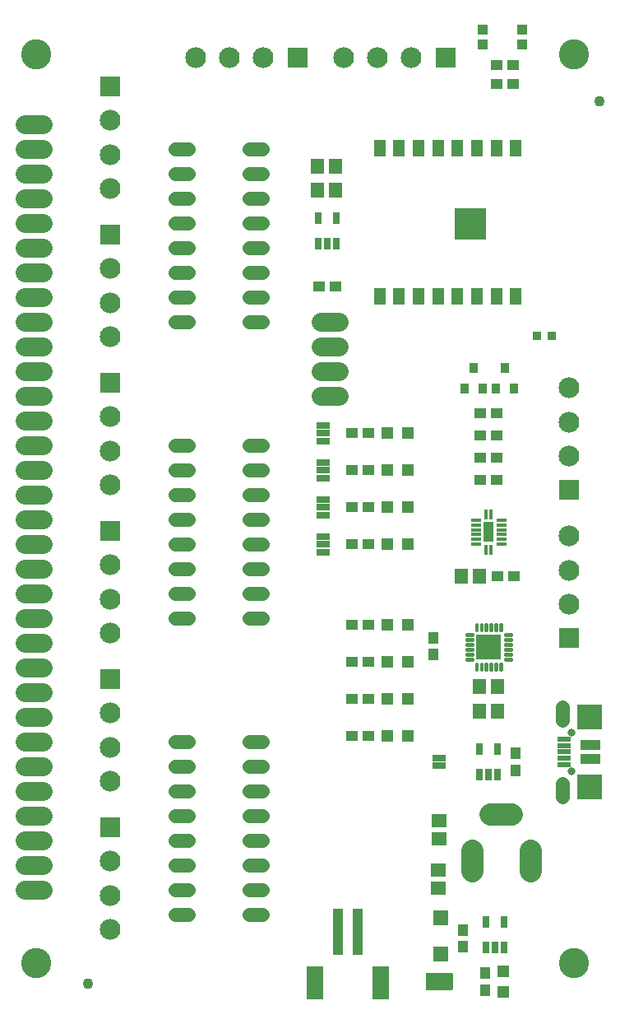
<source format=gbr>
G04 EAGLE Gerber RS-274X export*
G75*
%MOMM*%
%FSLAX34Y34*%
%LPD*%
%INSoldermask Top*%
%IPPOS*%
%AMOC8*
5,1,8,0,0,1.08239X$1,22.5*%
G01*
%ADD10R,1.341600X1.601600*%
%ADD11R,1.101600X1.176600*%
%ADD12R,0.651600X1.301600*%
%ADD13R,1.501600X1.501600*%
%ADD14R,1.101600X4.701600*%
%ADD15R,1.701600X3.501600*%
%ADD16R,1.301600X1.301600*%
%ADD17R,1.101600X1.201600*%
%ADD18R,1.601600X1.341600*%
%ADD19R,1.201600X1.801600*%
%ADD20R,3.301600X3.301600*%
%ADD21R,1.201600X1.101600*%
%ADD22R,1.001600X1.001600*%
%ADD23C,0.240406*%
%ADD24R,2.601600X2.601600*%
%ADD25C,0.801600*%
%ADD26R,2.514600X2.514600*%
%ADD27C,1.409600*%
%ADD28R,2.101600X1.101600*%
%ADD29R,1.450000X0.500000*%
%ADD30R,0.901600X1.001600*%
%ADD31R,0.901600X0.901600*%
%ADD32R,1.270000X1.701800*%
%ADD33R,0.736600X0.304800*%
%ADD34R,0.341600X1.001600*%
%ADD35R,1.001600X0.341600*%
%ADD36R,1.001600X2.001600*%
%ADD37C,1.422400*%
%ADD38C,2.286000*%
%ADD39R,1.371600X0.736600*%
%ADD40R,2.133600X2.133600*%
%ADD41C,2.133600*%
%ADD42C,1.981200*%
%ADD43C,1.101600*%
%ADD44C,3.101600*%

G36*
X470018Y12716D02*
X470018Y12716D01*
X470137Y12723D01*
X470175Y12736D01*
X470216Y12741D01*
X470326Y12784D01*
X470439Y12821D01*
X470474Y12843D01*
X470511Y12858D01*
X470607Y12928D01*
X470708Y12991D01*
X470736Y13021D01*
X470769Y13044D01*
X470845Y13136D01*
X470926Y13223D01*
X470946Y13258D01*
X470971Y13289D01*
X471022Y13397D01*
X471080Y13501D01*
X471090Y13541D01*
X471107Y13577D01*
X471129Y13694D01*
X471159Y13809D01*
X471163Y13870D01*
X471167Y13890D01*
X471165Y13910D01*
X471169Y13970D01*
X471169Y29210D01*
X471154Y29328D01*
X471147Y29447D01*
X471134Y29485D01*
X471129Y29526D01*
X471086Y29636D01*
X471049Y29749D01*
X471027Y29784D01*
X471012Y29821D01*
X470943Y29917D01*
X470879Y30018D01*
X470849Y30046D01*
X470826Y30079D01*
X470734Y30155D01*
X470647Y30236D01*
X470612Y30256D01*
X470581Y30281D01*
X470473Y30332D01*
X470369Y30390D01*
X470329Y30400D01*
X470293Y30417D01*
X470176Y30439D01*
X470061Y30469D01*
X470001Y30473D01*
X469981Y30477D01*
X469960Y30475D01*
X469900Y30479D01*
X444500Y30479D01*
X444382Y30464D01*
X444263Y30457D01*
X444225Y30444D01*
X444184Y30439D01*
X444074Y30396D01*
X443961Y30359D01*
X443926Y30337D01*
X443889Y30322D01*
X443793Y30253D01*
X443692Y30189D01*
X443664Y30159D01*
X443631Y30136D01*
X443556Y30044D01*
X443474Y29957D01*
X443454Y29922D01*
X443429Y29891D01*
X443378Y29783D01*
X443320Y29679D01*
X443310Y29639D01*
X443293Y29603D01*
X443271Y29486D01*
X443241Y29371D01*
X443237Y29311D01*
X443233Y29291D01*
X443234Y29284D01*
X443233Y29282D01*
X443234Y29266D01*
X443231Y29210D01*
X443231Y13970D01*
X443246Y13852D01*
X443253Y13733D01*
X443266Y13695D01*
X443271Y13654D01*
X443314Y13544D01*
X443351Y13431D01*
X443373Y13396D01*
X443388Y13359D01*
X443458Y13263D01*
X443521Y13162D01*
X443551Y13134D01*
X443574Y13101D01*
X443666Y13026D01*
X443753Y12944D01*
X443788Y12924D01*
X443819Y12899D01*
X443927Y12848D01*
X444031Y12790D01*
X444071Y12780D01*
X444107Y12763D01*
X444224Y12741D01*
X444339Y12711D01*
X444400Y12707D01*
X444420Y12703D01*
X444440Y12705D01*
X444500Y12701D01*
X469900Y12701D01*
X470018Y12716D01*
G37*
D10*
X498500Y325120D03*
X517500Y325120D03*
D11*
X450850Y358022D03*
X450850Y375022D03*
D10*
X331368Y835660D03*
X350368Y835660D03*
D12*
X332130Y780749D03*
X341630Y780749D03*
X351130Y780749D03*
X351130Y806751D03*
X332130Y806751D03*
D13*
X458470Y87080D03*
X458470Y50080D03*
D14*
X373220Y72560D03*
X353220Y72560D03*
D15*
X397220Y20560D03*
X329220Y20560D03*
D12*
X504850Y56849D03*
X514350Y56849D03*
X523850Y56849D03*
X523850Y82851D03*
X504850Y82851D03*
D16*
X523240Y11090D03*
X523240Y32090D03*
D17*
X504190Y13090D03*
X504190Y30090D03*
D18*
X455930Y117500D03*
X455930Y136500D03*
D17*
X481330Y74540D03*
X481330Y57540D03*
D19*
X535855Y879140D03*
X515855Y879140D03*
X495855Y879140D03*
X475855Y879140D03*
X455855Y879140D03*
X435855Y879140D03*
X415855Y879140D03*
X395855Y879140D03*
X395855Y726140D03*
X415855Y726140D03*
X435855Y726140D03*
X455855Y726140D03*
X475855Y726140D03*
X495855Y726140D03*
X515855Y726140D03*
X535855Y726140D03*
D20*
X489155Y800640D03*
D21*
X533010Y944880D03*
X516010Y944880D03*
X533010Y963930D03*
X516010Y963930D03*
X517280Y438150D03*
X534280Y438150D03*
X516500Y560070D03*
X499500Y560070D03*
D22*
X542470Y1001140D03*
X542470Y985140D03*
X501470Y985140D03*
X501470Y1001140D03*
D23*
X491306Y378966D02*
X484694Y378966D01*
X491306Y378966D02*
X491306Y377554D01*
X484694Y377554D01*
X484694Y378966D01*
X484694Y373966D02*
X491306Y373966D01*
X491306Y372554D01*
X484694Y372554D01*
X484694Y373966D01*
X484694Y368966D02*
X491306Y368966D01*
X491306Y367554D01*
X484694Y367554D01*
X484694Y368966D01*
X484694Y363966D02*
X491306Y363966D01*
X491306Y362554D01*
X484694Y362554D01*
X484694Y363966D01*
X484694Y358966D02*
X491306Y358966D01*
X491306Y357554D01*
X484694Y357554D01*
X484694Y358966D01*
X484694Y353966D02*
X491306Y353966D01*
X491306Y352554D01*
X484694Y352554D01*
X484694Y353966D01*
X496206Y349066D02*
X496206Y342454D01*
X494794Y342454D01*
X494794Y349066D01*
X496206Y349066D01*
X496206Y344738D02*
X494794Y344738D01*
X494794Y347022D02*
X496206Y347022D01*
X501206Y349066D02*
X501206Y342454D01*
X499794Y342454D01*
X499794Y349066D01*
X501206Y349066D01*
X501206Y344738D02*
X499794Y344738D01*
X499794Y347022D02*
X501206Y347022D01*
X506206Y349066D02*
X506206Y342454D01*
X504794Y342454D01*
X504794Y349066D01*
X506206Y349066D01*
X506206Y344738D02*
X504794Y344738D01*
X504794Y347022D02*
X506206Y347022D01*
X511206Y349066D02*
X511206Y342454D01*
X509794Y342454D01*
X509794Y349066D01*
X511206Y349066D01*
X511206Y344738D02*
X509794Y344738D01*
X509794Y347022D02*
X511206Y347022D01*
X516206Y349066D02*
X516206Y342454D01*
X514794Y342454D01*
X514794Y349066D01*
X516206Y349066D01*
X516206Y344738D02*
X514794Y344738D01*
X514794Y347022D02*
X516206Y347022D01*
X521206Y349066D02*
X521206Y342454D01*
X519794Y342454D01*
X519794Y349066D01*
X521206Y349066D01*
X521206Y344738D02*
X519794Y344738D01*
X519794Y347022D02*
X521206Y347022D01*
X524694Y352554D02*
X531306Y352554D01*
X524694Y352554D02*
X524694Y353966D01*
X531306Y353966D01*
X531306Y352554D01*
X531306Y357554D02*
X524694Y357554D01*
X524694Y358966D01*
X531306Y358966D01*
X531306Y357554D01*
X531306Y362554D02*
X524694Y362554D01*
X524694Y363966D01*
X531306Y363966D01*
X531306Y362554D01*
X531306Y367554D02*
X524694Y367554D01*
X524694Y368966D01*
X531306Y368966D01*
X531306Y367554D01*
X531306Y372554D02*
X524694Y372554D01*
X524694Y373966D01*
X531306Y373966D01*
X531306Y372554D01*
X531306Y377554D02*
X524694Y377554D01*
X524694Y378966D01*
X531306Y378966D01*
X531306Y377554D01*
X519794Y382454D02*
X519794Y389066D01*
X521206Y389066D01*
X521206Y382454D01*
X519794Y382454D01*
X519794Y384738D02*
X521206Y384738D01*
X521206Y387022D02*
X519794Y387022D01*
X514794Y389066D02*
X514794Y382454D01*
X514794Y389066D02*
X516206Y389066D01*
X516206Y382454D01*
X514794Y382454D01*
X514794Y384738D02*
X516206Y384738D01*
X516206Y387022D02*
X514794Y387022D01*
X509794Y389066D02*
X509794Y382454D01*
X509794Y389066D02*
X511206Y389066D01*
X511206Y382454D01*
X509794Y382454D01*
X509794Y384738D02*
X511206Y384738D01*
X511206Y387022D02*
X509794Y387022D01*
X504794Y389066D02*
X504794Y382454D01*
X504794Y389066D02*
X506206Y389066D01*
X506206Y382454D01*
X504794Y382454D01*
X504794Y384738D02*
X506206Y384738D01*
X506206Y387022D02*
X504794Y387022D01*
X499794Y389066D02*
X499794Y382454D01*
X499794Y389066D02*
X501206Y389066D01*
X501206Y382454D01*
X499794Y382454D01*
X499794Y384738D02*
X501206Y384738D01*
X501206Y387022D02*
X499794Y387022D01*
X494794Y389066D02*
X494794Y382454D01*
X494794Y389066D02*
X496206Y389066D01*
X496206Y382454D01*
X494794Y382454D01*
X494794Y384738D02*
X496206Y384738D01*
X496206Y387022D02*
X494794Y387022D01*
D24*
X508000Y365760D03*
D25*
X593090Y238310D03*
X593090Y277310D03*
D26*
X612090Y293810D03*
X612090Y221810D03*
D27*
X584090Y224810D02*
X584090Y211730D01*
X584090Y290810D02*
X584090Y303890D01*
D28*
X613090Y250310D03*
X613090Y265310D03*
D29*
X585340Y244810D03*
X585340Y251310D03*
X585340Y257810D03*
X585340Y264310D03*
X585340Y270810D03*
D10*
X331368Y859790D03*
X350368Y859790D03*
D21*
X516500Y582930D03*
X499500Y582930D03*
X499500Y605790D03*
X516500Y605790D03*
D30*
X492760Y652350D03*
X502260Y631350D03*
X483260Y631350D03*
X524510Y652350D03*
X534010Y631350D03*
X515010Y631350D03*
D21*
X350130Y736600D03*
X333130Y736600D03*
D31*
X572770Y685800D03*
X557530Y685800D03*
D32*
X464820Y21590D03*
X449580Y21590D03*
D33*
X457200Y21590D03*
D34*
X510500Y465870D03*
D35*
X521000Y471370D03*
X521000Y476370D03*
X521000Y481370D03*
X521000Y486370D03*
X521000Y491370D03*
X521000Y496370D03*
D34*
X510500Y501870D03*
X505500Y501870D03*
D35*
X495000Y496370D03*
X495000Y491370D03*
X495000Y486370D03*
X495000Y481370D03*
X495000Y476370D03*
X495000Y471370D03*
D34*
X505500Y465870D03*
D36*
X508000Y483870D03*
D37*
X198374Y267970D02*
X185166Y267970D01*
X185166Y242570D02*
X198374Y242570D01*
X198374Y115570D02*
X185166Y115570D01*
X185166Y90170D02*
X198374Y90170D01*
X198374Y217170D02*
X185166Y217170D01*
X185166Y191770D02*
X198374Y191770D01*
X198374Y140970D02*
X185166Y140970D01*
X185166Y166370D02*
X198374Y166370D01*
X261366Y90170D02*
X274574Y90170D01*
X274574Y115570D02*
X261366Y115570D01*
X261366Y140970D02*
X274574Y140970D01*
X274574Y166370D02*
X261366Y166370D01*
X261366Y191770D02*
X274574Y191770D01*
X274574Y217170D02*
X261366Y217170D01*
X261366Y242570D02*
X274574Y242570D01*
X274574Y267970D02*
X261366Y267970D01*
D21*
X516500Y537210D03*
X499500Y537210D03*
X384420Y471170D03*
X367420Y471170D03*
D16*
X424520Y471170D03*
X403520Y471170D03*
D10*
X479450Y438150D03*
X498450Y438150D03*
D37*
X198374Y572770D02*
X185166Y572770D01*
X185166Y547370D02*
X198374Y547370D01*
X198374Y420370D02*
X185166Y420370D01*
X185166Y394970D02*
X198374Y394970D01*
X198374Y521970D02*
X185166Y521970D01*
X185166Y496570D02*
X198374Y496570D01*
X198374Y445770D02*
X185166Y445770D01*
X185166Y471170D02*
X198374Y471170D01*
X261366Y394970D02*
X274574Y394970D01*
X274574Y420370D02*
X261366Y420370D01*
X261366Y445770D02*
X274574Y445770D01*
X274574Y471170D02*
X261366Y471170D01*
X261366Y496570D02*
X274574Y496570D01*
X274574Y521970D02*
X261366Y521970D01*
X261366Y547370D02*
X274574Y547370D01*
X274574Y572770D02*
X261366Y572770D01*
D21*
X384420Y509270D03*
X367420Y509270D03*
D16*
X424520Y509270D03*
X403520Y509270D03*
D21*
X384420Y274320D03*
X367420Y274320D03*
D16*
X424520Y274320D03*
X403520Y274320D03*
D21*
X384420Y312420D03*
X367420Y312420D03*
D16*
X424520Y312420D03*
X403520Y312420D03*
D21*
X384420Y350520D03*
X367420Y350520D03*
D16*
X424520Y350520D03*
X403520Y350520D03*
D21*
X384420Y388620D03*
X367420Y388620D03*
D16*
X424520Y388620D03*
X403520Y388620D03*
D21*
X384420Y547370D03*
X367420Y547370D03*
D16*
X424520Y547370D03*
X403520Y547370D03*
D37*
X198374Y877570D02*
X185166Y877570D01*
X185166Y852170D02*
X198374Y852170D01*
X198374Y725170D02*
X185166Y725170D01*
X185166Y699770D02*
X198374Y699770D01*
X198374Y826770D02*
X185166Y826770D01*
X185166Y801370D02*
X198374Y801370D01*
X198374Y750570D02*
X185166Y750570D01*
X185166Y775970D02*
X198374Y775970D01*
X261366Y699770D02*
X274574Y699770D01*
X274574Y725170D02*
X261366Y725170D01*
X261366Y750570D02*
X274574Y750570D01*
X274574Y775970D02*
X261366Y775970D01*
X261366Y801370D02*
X274574Y801370D01*
X274574Y826770D02*
X261366Y826770D01*
X261366Y852170D02*
X274574Y852170D01*
X274574Y877570D02*
X261366Y877570D01*
D21*
X384420Y585470D03*
X367420Y585470D03*
D16*
X424520Y585470D03*
X403520Y585470D03*
D38*
X509778Y194050D02*
X531622Y194050D01*
X550700Y156972D02*
X550700Y135128D01*
X490700Y135128D02*
X490700Y156972D01*
D39*
X337820Y463042D03*
X337820Y471170D03*
X337820Y479298D03*
X337820Y517398D03*
X337820Y509270D03*
X337820Y501142D03*
X337820Y555498D03*
X337820Y547370D03*
X337820Y539242D03*
X337820Y593598D03*
X337820Y585470D03*
X337820Y577342D03*
D40*
X590550Y374650D03*
D41*
X590550Y409650D03*
X590550Y444650D03*
X590550Y479650D03*
D40*
X463550Y971550D03*
D41*
X428550Y971550D03*
X393550Y971550D03*
X358550Y971550D03*
D42*
X48768Y801370D02*
X29972Y801370D01*
X29972Y775970D02*
X48768Y775970D01*
X48768Y750570D02*
X29972Y750570D01*
X29972Y725170D02*
X48768Y725170D01*
X48768Y598170D02*
X29972Y598170D01*
X29972Y572770D02*
X48768Y572770D01*
X48768Y547370D02*
X29972Y547370D01*
X29972Y521970D02*
X48768Y521970D01*
X48768Y699770D02*
X29972Y699770D01*
X29972Y674370D02*
X48768Y674370D01*
X48768Y648970D02*
X29972Y648970D01*
X29972Y623570D02*
X48768Y623570D01*
D12*
X498500Y234649D03*
X508000Y234649D03*
X517500Y234649D03*
X517500Y260651D03*
X498500Y260651D03*
D10*
X517500Y299720D03*
X498500Y299720D03*
D42*
X48768Y496570D02*
X29972Y496570D01*
X29972Y471170D02*
X48768Y471170D01*
X48768Y445770D02*
X29972Y445770D01*
X29972Y420370D02*
X48768Y420370D01*
X48768Y394970D02*
X29972Y394970D01*
X29972Y369570D02*
X48768Y369570D01*
X48768Y344170D02*
X29972Y344170D01*
X29972Y318770D02*
X48768Y318770D01*
D39*
X457200Y251714D03*
X457200Y243586D03*
D40*
X590550Y527050D03*
D41*
X590550Y562050D03*
X590550Y597050D03*
X590550Y632050D03*
D40*
X118110Y942340D03*
D41*
X118110Y907340D03*
X118110Y872340D03*
X118110Y837340D03*
D40*
X118110Y789940D03*
D41*
X118110Y754940D03*
X118110Y719940D03*
X118110Y684940D03*
D40*
X118110Y637540D03*
D41*
X118110Y602540D03*
X118110Y567540D03*
X118110Y532540D03*
D40*
X118110Y485140D03*
D41*
X118110Y450140D03*
X118110Y415140D03*
X118110Y380140D03*
D40*
X118110Y332740D03*
D41*
X118110Y297740D03*
X118110Y262740D03*
X118110Y227740D03*
D42*
X48768Y293370D02*
X29972Y293370D01*
X29972Y267970D02*
X48768Y267970D01*
X48768Y242570D02*
X29972Y242570D01*
X29972Y217170D02*
X48768Y217170D01*
D40*
X118110Y180340D03*
D41*
X118110Y145340D03*
X118110Y110340D03*
X118110Y75340D03*
D42*
X48768Y191770D02*
X29972Y191770D01*
X29972Y166370D02*
X48768Y166370D01*
X48768Y140970D02*
X29972Y140970D01*
X29972Y115570D02*
X48768Y115570D01*
D40*
X311150Y971550D03*
D41*
X276150Y971550D03*
X241150Y971550D03*
X206150Y971550D03*
D42*
X48768Y826770D02*
X29972Y826770D01*
X29972Y852170D02*
X48768Y852170D01*
X48768Y877570D02*
X29972Y877570D01*
X29972Y902970D02*
X48768Y902970D01*
D43*
X622300Y927100D03*
X95250Y19050D03*
D44*
X595630Y975360D03*
X41910Y40640D03*
X595630Y40640D03*
X41910Y975360D03*
D18*
X457200Y168300D03*
X457200Y187300D03*
D17*
X535940Y239150D03*
X535940Y256150D03*
D42*
X353568Y699770D02*
X334772Y699770D01*
X334772Y674370D02*
X353568Y674370D01*
X353568Y648970D02*
X334772Y648970D01*
X334772Y623570D02*
X353568Y623570D01*
M02*

</source>
